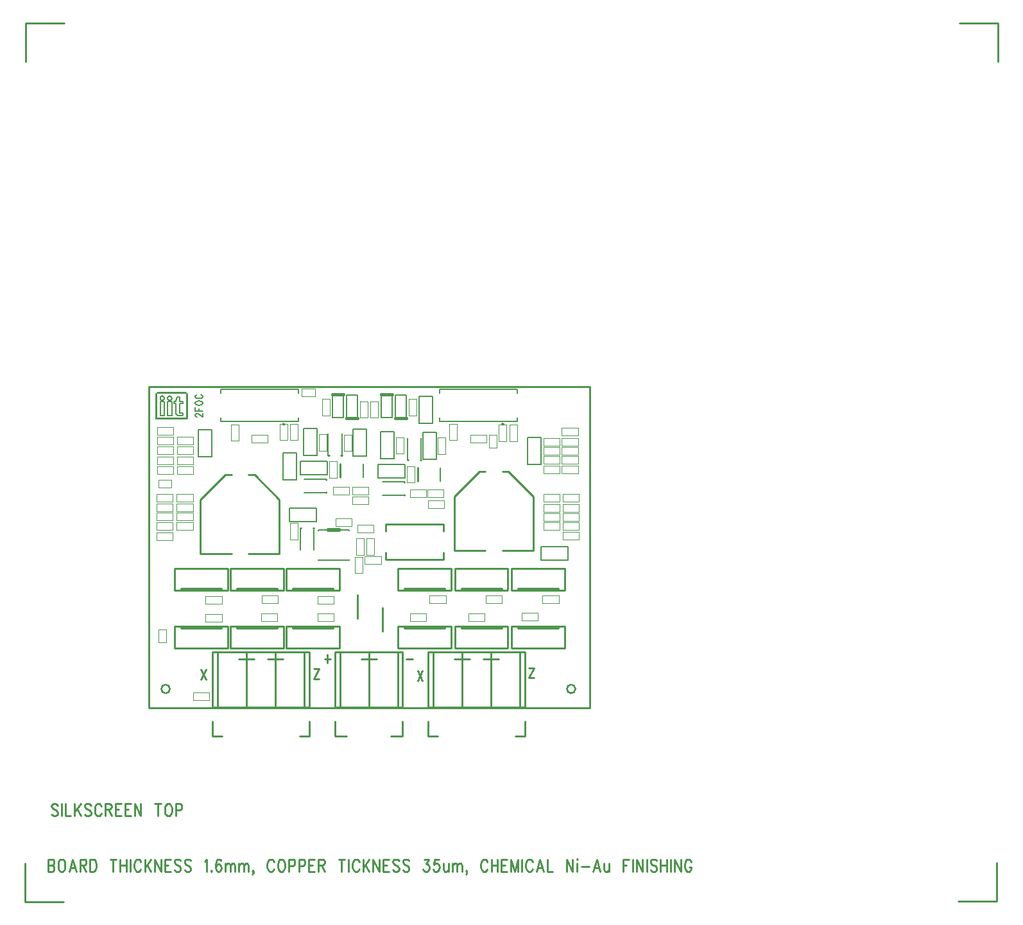
<source format=gbr>
*
*
G04 PADS Layout (Build Number 2007.21.1) generated Gerber (RS-274-X) file*
G04 PC Version=2.1*
*
%IN "2FOC-002.pcb"*%
*
%MOIN*%
*
%FSLAX35Y35*%
*
*
*
*
G04 PC Standard Apertures*
*
*
G04 Thermal Relief Aperture macro.*
%AMTER*
1,1,$1,0,0*
1,0,$1-$2,0,0*
21,0,$3,$4,0,0,45*
21,0,$3,$4,0,0,135*
%
*
*
G04 Annular Aperture macro.*
%AMANN*
1,1,$1,0,0*
1,0,$2,0,0*
%
*
*
G04 Odd Aperture macro.*
%AMODD*
1,1,$1,0,0*
1,0,$1-0.005,0,0*
%
*
*
G04 PC Custom Aperture Macros*
*
*
*
*
*
*
G04 PC Aperture Table*
*
%ADD010C,0.01*%
%ADD011C,0.004*%
%ADD013C,0.006*%
%ADD014C,0.015*%
%ADD015C,0.008*%
%ADD070C,0.001*%
%ADD087C,0.01969*%
%ADD100C,0.00591*%
*
*
*
*
G04 PC Circuitry*
G04 Layer Name 2FOC-002.pcb - circuitry*
%LPD*%
*
*
G04 PC Custom Flashes*
G04 Layer Name 2FOC-002.pcb - flashes*
%LPD*%
*
*
G04 PC Circuitry*
G04 Layer Name 2FOC-002.pcb - circuitry*
%LPD*%
*
G54D10*
G01X1863258Y1593661D02*
X1866458D01*
X1879331Y1580669*
Y1552717*
X1863258*
X1854458D02*
X1838386D01*
Y1580669*
X1851271Y1593661*
X1854458*
X1995148Y1595236D02*
X1998348D01*
X2011220Y1582244*
Y1554291*
X1995148*
X1986348D02*
X1970276D01*
Y1582244*
X1983161Y1595236*
X1986348*
X1852311Y1503595D02*
X1825011D01*
Y1514995*
X1852611*
Y1503595*
X1828311Y1513995D02*
X1849311D01*
Y1514995*
X1828311Y1513995D02*
Y1514995D01*
X1881311Y1503595D02*
X1854011D01*
Y1514995*
X1881611*
Y1503595*
X1857311Y1513995D02*
X1878311D01*
Y1514995*
X1857311Y1513995D02*
Y1514995D01*
X1910311Y1503595D02*
X1883011D01*
Y1514995*
X1910611*
Y1503595*
X1886311Y1513995D02*
X1907311D01*
Y1514995*
X1886311Y1513995D02*
Y1514995D01*
X1825311Y1544995D02*
X1852611D01*
Y1533595*
X1825011*
Y1544995*
X1849311Y1534595D02*
X1828311D01*
Y1533595*
X1849311Y1534595D02*
Y1533595D01*
X1854311Y1544995D02*
X1881611D01*
Y1533595*
X1854011*
Y1544995*
X1878311Y1534595D02*
X1857311D01*
Y1533595*
X1878311Y1534595D02*
Y1533595D01*
X1883311Y1544995D02*
X1910611D01*
Y1533595*
X1883011*
Y1544995*
X1907311Y1534595D02*
X1886311D01*
Y1533595*
X1907311Y1534595D02*
Y1533595D01*
X1968311Y1503595D02*
X1941011D01*
Y1514995*
X1968611*
Y1503595*
X1944311Y1513995D02*
X1965311D01*
Y1514995*
X1944311Y1513995D02*
Y1514995D01*
X1997811Y1503595D02*
X1970511D01*
Y1514995*
X1998111*
Y1503595*
X1973811Y1513995D02*
X1994811D01*
Y1514995*
X1973811Y1513995D02*
Y1514995D01*
X2027311Y1503595D02*
X2000011D01*
Y1514995*
X2027611*
Y1503595*
X2003311Y1513995D02*
X2024311D01*
Y1514995*
X2003311Y1513995D02*
Y1514995D01*
X1941311Y1544995D02*
X1968611D01*
Y1533595*
X1941011*
Y1544995*
X1965311Y1534595D02*
X1944311D01*
Y1533595*
X1965311Y1534595D02*
Y1533595D01*
X1970811Y1544995D02*
X1998111D01*
Y1533595*
X1970511*
Y1544995*
X1994811Y1534595D02*
X1973811D01*
Y1533595*
X1994811Y1534595D02*
Y1533595D01*
X2000311Y1544995D02*
X2027611D01*
Y1533595*
X2000011*
Y1544995*
X2024311Y1534595D02*
X2003311D01*
Y1533595*
X2024311Y1534595D02*
Y1533595D01*
X1908311Y1472866D02*
X1943311D01*
Y1501606*
X1908311*
Y1472866*
X1910811Y1501606D02*
Y1472866D01*
X1925811Y1501606D02*
Y1472866D01*
X1940811Y1501606D02*
Y1472866D01*
X1921791Y1497858D02*
X1929791D01*
X1908311Y1465780D02*
Y1457906D01*
X1914311*
X1943311Y1465780D02*
Y1457906D01*
X1937311*
X1844634Y1472866D02*
X1895008D01*
Y1501606*
X1844634*
Y1472866*
X1862311Y1501606D02*
Y1472866D01*
X1847311Y1501606D02*
Y1472866D01*
X1877311Y1501606D02*
Y1472866D01*
X1858291Y1497858D02*
X1866291D01*
X1892311Y1501606D02*
Y1472866D01*
X1873291Y1497858D02*
X1881291D01*
X1844634Y1465780D02*
Y1457906D01*
X1849752*
X1895008Y1465780D02*
Y1457906D01*
X1889890*
X1956634Y1472866D02*
X2007008D01*
Y1501606*
X1956634*
Y1472866*
X1974311Y1501606D02*
Y1472866D01*
X1959311Y1501606D02*
Y1472866D01*
X1989311Y1501606D02*
Y1472866D01*
X1970291Y1497858D02*
X1978291D01*
X2004311Y1501606D02*
Y1472866D01*
X1985291Y1497858D02*
X1993291D01*
X1956634Y1465780D02*
Y1457906D01*
X1961752*
X2007008Y1465780D02*
Y1457906D01*
X2001890*
X1882067Y1619870D02*
G75*
G03X1882067I-394J0D01*
G01X1995803D02*
G03X1995803I-394J0D01*
G01X1944236Y1589913D02*
Y1589520D01*
Y1583220D02*
Y1582827D01*
X1952976Y1601358D02*
X1952583D01*
X1946283D02*
X1945890D01*
X1951126Y1597413D02*
Y1590327D01*
X1911835Y1603524D02*
X1911441D01*
X1905142D02*
X1904748D01*
X1903638Y1591307D02*
Y1590913D01*
Y1584614D02*
Y1584220D01*
X1911028Y1599307D02*
Y1592220D01*
X1890248Y1566008D02*
X1890642D01*
X1896941D02*
X1897335D01*
X1934646Y1564331D02*
Y1567874D01*
X1964567*
Y1564331*
Y1553307D02*
Y1549764D01*
X1934646*
Y1553307*
X1919882Y1531260D02*
Y1519055D01*
X1932874Y1512362D02*
Y1524567D01*
X1822535Y1482461D02*
G03X1822535I-2236J0D01*
G01X2033165D02*
G03X2033165I-2236J0D01*
G01X1764205Y1422121D02*
X1763751Y1422746D01*
X1763069Y1423059*
X1762160*
X1761478Y1422746*
X1761024Y1422121*
Y1421496*
X1761251Y1420871*
X1761478Y1420559*
X1761933Y1420246*
X1763296Y1419621*
X1763751Y1419309*
X1763978Y1418996*
X1764205Y1418371*
Y1417434*
X1763751Y1416809*
X1763069Y1416496*
X1762160*
X1761478Y1416809*
X1761024Y1417434*
X1766251Y1423059D02*
Y1416496D01*
X1768296Y1423059D02*
Y1416496D01*
X1771024*
X1773069Y1423059D02*
Y1416496D01*
X1776251Y1423059D02*
X1773069Y1418684D01*
X1774205Y1420246D02*
X1776251Y1416496D01*
X1781478Y1422121D02*
X1781024Y1422746D01*
X1780342Y1423059*
X1779433*
X1778751Y1422746*
X1778296Y1422121*
Y1421496*
X1778524Y1420871*
X1778751Y1420559*
X1779205Y1420246*
X1780569Y1419621*
X1781024Y1419309*
X1781251Y1418996*
X1781478Y1418371*
Y1417434*
X1781024Y1416809*
X1780342Y1416496*
X1779433*
X1778751Y1416809*
X1778296Y1417434*
X1786933Y1421496D02*
X1786705Y1422121D01*
X1786251Y1422746*
X1785796Y1423059*
X1784887*
X1784433Y1422746*
X1783978Y1422121*
X1783751Y1421496*
X1783524Y1420559*
Y1418996*
X1783751Y1418059*
X1783978Y1417434*
X1784433Y1416809*
X1784887Y1416496*
X1785796*
X1786251Y1416809*
X1786705Y1417434*
X1786933Y1418059*
X1788978Y1423059D02*
Y1416496D01*
Y1423059D02*
X1791024D01*
X1791705Y1422746*
X1791933Y1422434*
X1792160Y1421809*
Y1421184*
X1791933Y1420559*
X1791705Y1420246*
X1791024Y1419934*
X1788978*
X1790569D02*
X1792160Y1416496D01*
X1794205Y1423059D02*
Y1416496D01*
Y1423059D02*
X1797160D01*
X1794205Y1419934D02*
X1796024D01*
X1794205Y1416496D02*
X1797160D01*
X1799205Y1423059D02*
Y1416496D01*
Y1423059D02*
X1802160D01*
X1799205Y1419934D02*
X1801024D01*
X1799205Y1416496D02*
X1802160D01*
X1804205Y1423059D02*
Y1416496D01*
Y1423059D02*
X1807387Y1416496D01*
Y1423059D02*
Y1416496D01*
X1816251Y1423059D02*
Y1416496D01*
X1814660Y1423059D02*
X1817842D01*
X1821251D02*
X1820796Y1422746D01*
X1820342Y1422121*
X1820115Y1421496*
X1819887Y1420559*
Y1418996*
X1820115Y1418059*
X1820342Y1417434*
X1820796Y1416809*
X1821251Y1416496*
X1822160*
X1822615Y1416809*
X1823069Y1417434*
X1823296Y1418059*
X1823524Y1418996*
Y1420559*
X1823296Y1421496*
X1823069Y1422121*
X1822615Y1422746*
X1822160Y1423059*
X1821251*
X1825569D02*
Y1416496D01*
Y1423059D02*
X1827615D01*
X1828296Y1422746*
X1828524Y1422434*
X1828751Y1421809*
Y1420871*
X1828524Y1420246*
X1828296Y1419934*
X1827615Y1419621*
X1825569*
X1759252Y1394122D02*
Y1387559D01*
Y1394122D02*
X1761297D01*
X1761979Y1393809*
X1762207Y1393497*
X1762434Y1392872*
Y1392247*
X1762207Y1391622*
X1761979Y1391309*
X1761297Y1390997*
X1759252D02*
X1761297D01*
X1761979Y1390684*
X1762207Y1390372*
X1762434Y1389747*
Y1388809*
X1762207Y1388184*
X1761979Y1387872*
X1761297Y1387559*
X1759252*
X1765843Y1394122D02*
X1765388Y1393809D01*
X1764934Y1393184*
X1764707Y1392559*
X1764479Y1391622*
Y1390059*
X1764707Y1389122*
X1764934Y1388497*
X1765388Y1387872*
X1765843Y1387559*
X1766752*
X1767207Y1387872*
X1767661Y1388497*
X1767888Y1389122*
X1768116Y1390059*
Y1391622*
X1767888Y1392559*
X1767661Y1393184*
X1767207Y1393809*
X1766752Y1394122*
X1765843*
X1771979D02*
X1770161Y1387559D01*
X1771979Y1394122D02*
X1773797Y1387559D01*
X1770843Y1389747D02*
X1773116D01*
X1775843Y1394122D02*
Y1387559D01*
Y1394122D02*
X1777888D01*
X1778570Y1393809*
X1778797Y1393497*
X1779025Y1392872*
Y1392247*
X1778797Y1391622*
X1778570Y1391309*
X1777888Y1390997*
X1775843*
X1777434D02*
X1779025Y1387559D01*
X1781070Y1394122D02*
Y1387559D01*
Y1394122D02*
X1782661D01*
X1783343Y1393809*
X1783797Y1393184*
X1784025Y1392559*
X1784252Y1391622*
Y1390059*
X1784025Y1389122*
X1783797Y1388497*
X1783343Y1387872*
X1782661Y1387559*
X1781070*
X1793116Y1394122D02*
Y1387559D01*
X1791525Y1394122D02*
X1794707D01*
X1796752D02*
Y1387559D01*
X1799934Y1394122D02*
Y1387559D01*
X1796752Y1390997D02*
X1799934D01*
X1801979Y1394122D02*
Y1387559D01*
X1807434Y1392559D02*
X1807207Y1393184D01*
X1806752Y1393809*
X1806297Y1394122*
X1805388*
X1804934Y1393809*
X1804479Y1393184*
X1804252Y1392559*
X1804025Y1391622*
Y1390059*
X1804252Y1389122*
X1804479Y1388497*
X1804934Y1387872*
X1805388Y1387559*
X1806297*
X1806752Y1387872*
X1807207Y1388497*
X1807434Y1389122*
X1809479Y1394122D02*
Y1387559D01*
X1812661Y1394122D02*
X1809479Y1389747D01*
X1810616Y1391309D02*
X1812661Y1387559D01*
X1814707Y1394122D02*
Y1387559D01*
Y1394122D02*
X1817888Y1387559D01*
Y1394122D02*
Y1387559D01*
X1819934Y1394122D02*
Y1387559D01*
Y1394122D02*
X1822888D01*
X1819934Y1390997D02*
X1821752D01*
X1819934Y1387559D02*
X1822888D01*
X1828116Y1393184D02*
X1827661Y1393809D01*
X1826979Y1394122*
X1826070*
X1825388Y1393809*
X1824934Y1393184*
Y1392559*
X1825161Y1391934*
X1825388Y1391622*
X1825843Y1391309*
X1827207Y1390684*
X1827661Y1390372*
X1827888Y1390059*
X1828116Y1389434*
Y1388497*
X1827661Y1387872*
X1826979Y1387559*
X1826070*
X1825388Y1387872*
X1824934Y1388497*
X1833343Y1393184D02*
X1832888Y1393809D01*
X1832207Y1394122*
X1831297*
X1830616Y1393809*
X1830161Y1393184*
Y1392559*
X1830388Y1391934*
X1830616Y1391622*
X1831070Y1391309*
X1832434Y1390684*
X1832888Y1390372*
X1833116Y1390059*
X1833343Y1389434*
Y1388497*
X1832888Y1387872*
X1832207Y1387559*
X1831297*
X1830616Y1387872*
X1830161Y1388497*
X1840616Y1392872D02*
X1841070Y1393184D01*
X1841752Y1394122*
Y1387559*
X1844025Y1388184D02*
X1843797Y1387872D01*
X1844025Y1387559*
X1844252Y1387872*
X1844025Y1388184*
X1849025Y1393184D02*
X1848797Y1393809D01*
X1848116Y1394122*
X1847661*
X1846979Y1393809*
X1846525Y1392872*
X1846297Y1391309*
Y1389747*
X1846525Y1388497*
X1846979Y1387872*
X1847661Y1387559*
X1847888*
X1848570Y1387872*
X1849025Y1388497*
X1849252Y1389434*
Y1389747*
X1849025Y1390684*
X1848570Y1391309*
X1847888Y1391622*
X1847661*
X1846979Y1391309*
X1846525Y1390684*
X1846297Y1389747*
X1851297Y1391934D02*
Y1387559D01*
Y1390684D02*
X1851979Y1391622D01*
X1852434Y1391934*
X1853116*
X1853570Y1391622*
X1853797Y1390684*
Y1387559*
Y1390684D02*
X1854479Y1391622D01*
X1854934Y1391934*
X1855616*
X1856070Y1391622*
X1856297Y1390684*
Y1387559*
X1858343Y1391934D02*
Y1387559D01*
Y1390684D02*
X1859025Y1391622D01*
X1859479Y1391934*
X1860161*
X1860616Y1391622*
X1860843Y1390684*
Y1387559*
Y1390684D02*
X1861525Y1391622D01*
X1861979Y1391934*
X1862661*
X1863116Y1391622*
X1863343Y1390684*
Y1387559*
X1865843Y1387872D02*
X1865616Y1387559D01*
X1865388Y1387872*
X1865616Y1388184*
X1865843Y1387872*
Y1387247*
X1865616Y1386622*
X1865388Y1386309*
X1876525Y1392559D02*
X1876297Y1393184D01*
X1875843Y1393809*
X1875388Y1394122*
X1874479*
X1874025Y1393809*
X1873570Y1393184*
X1873343Y1392559*
X1873116Y1391622*
Y1390059*
X1873343Y1389122*
X1873570Y1388497*
X1874025Y1387872*
X1874479Y1387559*
X1875388*
X1875843Y1387872*
X1876297Y1388497*
X1876525Y1389122*
X1879934Y1394122D02*
X1879479Y1393809D01*
X1879025Y1393184*
X1878797Y1392559*
X1878570Y1391622*
Y1390059*
X1878797Y1389122*
X1879025Y1388497*
X1879479Y1387872*
X1879934Y1387559*
X1880843*
X1881297Y1387872*
X1881752Y1388497*
X1881979Y1389122*
X1882207Y1390059*
Y1391622*
X1881979Y1392559*
X1881752Y1393184*
X1881297Y1393809*
X1880843Y1394122*
X1879934*
X1884252D02*
Y1387559D01*
Y1394122D02*
X1886297D01*
X1886979Y1393809*
X1887207Y1393497*
X1887434Y1392872*
Y1391934*
X1887207Y1391309*
X1886979Y1390997*
X1886297Y1390684*
X1884252*
X1889479Y1394122D02*
Y1387559D01*
Y1394122D02*
X1891525D01*
X1892207Y1393809*
X1892434Y1393497*
X1892661Y1392872*
Y1391934*
X1892434Y1391309*
X1892207Y1390997*
X1891525Y1390684*
X1889479*
X1894707Y1394122D02*
Y1387559D01*
Y1394122D02*
X1897661D01*
X1894707Y1390997D02*
X1896525D01*
X1894707Y1387559D02*
X1897661D01*
X1899707Y1394122D02*
Y1387559D01*
Y1394122D02*
X1901752D01*
X1902434Y1393809*
X1902661Y1393497*
X1902888Y1392872*
Y1392247*
X1902661Y1391622*
X1902434Y1391309*
X1901752Y1390997*
X1899707*
X1901297D02*
X1902888Y1387559D01*
X1911752Y1394122D02*
Y1387559D01*
X1910161Y1394122D02*
X1913343D01*
X1915388D02*
Y1387559D01*
X1920843Y1392559D02*
X1920616Y1393184D01*
X1920161Y1393809*
X1919707Y1394122*
X1918797*
X1918343Y1393809*
X1917888Y1393184*
X1917661Y1392559*
X1917434Y1391622*
Y1390059*
X1917661Y1389122*
X1917888Y1388497*
X1918343Y1387872*
X1918797Y1387559*
X1919707*
X1920161Y1387872*
X1920616Y1388497*
X1920843Y1389122*
X1922888Y1394122D02*
Y1387559D01*
X1926070Y1394122D02*
X1922888Y1389747D01*
X1924025Y1391309D02*
X1926070Y1387559D01*
X1928116Y1394122D02*
Y1387559D01*
Y1394122D02*
X1931297Y1387559D01*
Y1394122D02*
Y1387559D01*
X1933343Y1394122D02*
Y1387559D01*
Y1394122D02*
X1936297D01*
X1933343Y1390997D02*
X1935161D01*
X1933343Y1387559D02*
X1936297D01*
X1941525Y1393184D02*
X1941070Y1393809D01*
X1940388Y1394122*
X1939479*
X1938797Y1393809*
X1938343Y1393184*
Y1392559*
X1938570Y1391934*
X1938797Y1391622*
X1939252Y1391309*
X1940616Y1390684*
X1941070Y1390372*
X1941297Y1390059*
X1941525Y1389434*
Y1388497*
X1941070Y1387872*
X1940388Y1387559*
X1939479*
X1938797Y1387872*
X1938343Y1388497*
X1946752Y1393184D02*
X1946297Y1393809D01*
X1945616Y1394122*
X1944707*
X1944025Y1393809*
X1943570Y1393184*
Y1392559*
X1943797Y1391934*
X1944025Y1391622*
X1944479Y1391309*
X1945843Y1390684*
X1946297Y1390372*
X1946525Y1390059*
X1946752Y1389434*
Y1388497*
X1946297Y1387872*
X1945616Y1387559*
X1944707*
X1944025Y1387872*
X1943570Y1388497*
X1954479Y1394122D02*
X1956979D01*
X1955616Y1391622*
X1956297*
X1956752Y1391309*
X1956979Y1390997*
X1957207Y1390059*
Y1389434*
X1956979Y1388497*
X1956525Y1387872*
X1955843Y1387559*
X1955161*
X1954479Y1387872*
X1954252Y1388184*
X1954025Y1388809*
X1962207Y1394122D02*
X1959934D01*
X1959707Y1391309*
X1959934Y1391622*
X1960616Y1391934*
X1961297*
X1961979Y1391622*
X1962434Y1390997*
X1962661Y1390059*
X1962434Y1389434*
X1962207Y1388497*
X1961752Y1387872*
X1961070Y1387559*
X1960388*
X1959707Y1387872*
X1959479Y1388184*
X1959252Y1388809*
X1964707Y1391934D02*
Y1388809D01*
X1964934Y1387872*
X1965388Y1387559*
X1966070*
X1966525Y1387872*
X1967207Y1388809*
Y1391934D02*
Y1387559D01*
X1969252Y1391934D02*
Y1387559D01*
Y1390684D02*
X1969934Y1391622D01*
X1970388Y1391934*
X1971070*
X1971525Y1391622*
X1971752Y1390684*
Y1387559*
Y1390684D02*
X1972434Y1391622D01*
X1972888Y1391934*
X1973570*
X1974025Y1391622*
X1974252Y1390684*
Y1387559*
X1976752Y1387872D02*
X1976525Y1387559D01*
X1976297Y1387872*
X1976525Y1388184*
X1976752Y1387872*
Y1387247*
X1976525Y1386622*
X1976297Y1386309*
X1987434Y1392559D02*
X1987207Y1393184D01*
X1986752Y1393809*
X1986297Y1394122*
X1985388*
X1984934Y1393809*
X1984479Y1393184*
X1984252Y1392559*
X1984025Y1391622*
Y1390059*
X1984252Y1389122*
X1984479Y1388497*
X1984934Y1387872*
X1985388Y1387559*
X1986297*
X1986752Y1387872*
X1987207Y1388497*
X1987434Y1389122*
X1989479Y1394122D02*
Y1387559D01*
X1992661Y1394122D02*
Y1387559D01*
X1989479Y1390997D02*
X1992661D01*
X1994707Y1394122D02*
Y1387559D01*
Y1394122D02*
X1997661D01*
X1994707Y1390997D02*
X1996525D01*
X1994707Y1387559D02*
X1997661D01*
X1999707Y1394122D02*
Y1387559D01*
Y1394122D02*
X2001525Y1387559D01*
X2003343Y1394122D02*
X2001525Y1387559D01*
X2003343Y1394122D02*
Y1387559D01*
X2005388Y1394122D02*
Y1387559D01*
X2010843Y1392559D02*
X2010616Y1393184D01*
X2010161Y1393809*
X2009707Y1394122*
X2008797*
X2008343Y1393809*
X2007888Y1393184*
X2007661Y1392559*
X2007434Y1391622*
Y1390059*
X2007661Y1389122*
X2007888Y1388497*
X2008343Y1387872*
X2008797Y1387559*
X2009707*
X2010161Y1387872*
X2010616Y1388497*
X2010843Y1389122*
X2014707Y1394122D02*
X2012888Y1387559D01*
X2014707Y1394122D02*
X2016525Y1387559D01*
X2013570Y1389747D02*
X2015843D01*
X2018570Y1394122D02*
Y1387559D01*
X2021297*
X2028570Y1394122D02*
Y1387559D01*
Y1394122D02*
X2031752Y1387559D01*
Y1394122D02*
Y1387559D01*
X2033797Y1394122D02*
X2034025Y1393809D01*
X2034252Y1394122*
X2034025Y1394434*
X2033797Y1394122*
X2034025Y1391934D02*
Y1387559D01*
X2036297Y1390372D02*
X2040388D01*
X2044252Y1394122D02*
X2042434Y1387559D01*
X2044252Y1394122D02*
X2046070Y1387559D01*
X2043116Y1389747D02*
X2045388D01*
X2048116Y1391934D02*
Y1388809D01*
X2048343Y1387872*
X2048797Y1387559*
X2049479*
X2049934Y1387872*
X2050616Y1388809*
Y1391934D02*
Y1387559D01*
X2057888Y1394122D02*
Y1387559D01*
Y1394122D02*
X2060843D01*
X2057888Y1390997D02*
X2059707D01*
X2062888Y1394122D02*
Y1387559D01*
X2064934Y1394122D02*
Y1387559D01*
Y1394122D02*
X2068116Y1387559D01*
Y1394122D02*
Y1387559D01*
X2070161Y1394122D02*
Y1387559D01*
X2075388Y1393184D02*
X2074934Y1393809D01*
X2074252Y1394122*
X2073343*
X2072661Y1393809*
X2072207Y1393184*
Y1392559*
X2072434Y1391934*
X2072661Y1391622*
X2073116Y1391309*
X2074479Y1390684*
X2074934Y1390372*
X2075161Y1390059*
X2075388Y1389434*
Y1388497*
X2074934Y1387872*
X2074252Y1387559*
X2073343*
X2072661Y1387872*
X2072207Y1388497*
X2077434Y1394122D02*
Y1387559D01*
X2080616Y1394122D02*
Y1387559D01*
X2077434Y1390997D02*
X2080616D01*
X2082661Y1394122D02*
Y1387559D01*
X2084707Y1394122D02*
Y1387559D01*
Y1394122D02*
X2087888Y1387559D01*
Y1394122D02*
Y1387559D01*
X2093343Y1392559D02*
X2093116Y1393184D01*
X2092661Y1393809*
X2092207Y1394122*
X2091297*
X2090843Y1393809*
X2090388Y1393184*
X2090161Y1392559*
X2089934Y1391622*
Y1390059*
X2090161Y1389122*
X2090388Y1388497*
X2090843Y1387872*
X2091297Y1387559*
X2092207*
X2092661Y1387872*
X2093116Y1388497*
X2093343Y1389122*
Y1390059*
X2092207D02*
X2093343D01*
X1945311Y1498045D02*
X1948584D01*
X1951181Y1491825D02*
X1953727Y1486575D01*
Y1491825D02*
X1951181Y1486575D01*
X2011601Y1493400D02*
X2009055Y1488150D01*
Y1493400D02*
X2011601D01*
X2009055Y1488150D02*
X2011601D01*
X1904447Y1500295D02*
Y1495795D01*
X1902811Y1498045D02*
X1906084D01*
X1899790Y1493006D02*
X1897244Y1487756D01*
Y1493006D02*
X1899790D01*
X1897244Y1487756D02*
X1899790D01*
X1838583Y1492612D02*
X1841128Y1487362D01*
Y1492612D02*
X1838583Y1487362D01*
X1811638Y1472618D02*
X2040748D01*
Y1639331*
X1811638*
Y1472618*
X1767520Y1828110D02*
X1747520D01*
Y1808110*
X1747441Y1391890D02*
Y1371890D01*
X1767441*
X2232087Y1372205D02*
X2252087D01*
Y1392205*
X2252559Y1808031D02*
Y1828031D01*
X2232559*
G54D11*
X1849499Y1517272D02*
Y1521272D01*
X1841099*
Y1517272*
X1849499*
X2035106Y1559969D02*
Y1563969D01*
X2026706*
Y1559969*
X2035106*
X1815682Y1563772D02*
Y1559772D01*
X1824082*
Y1563772*
X1815682*
X2034515Y1613906D02*
Y1617906D01*
X2026115*
Y1613906*
X2034515*
X1815682Y1583654D02*
Y1579654D01*
X1824082*
Y1583654*
X1815682*
Y1578732D02*
Y1574732D01*
X1824082*
Y1578732*
X1815682*
X1878436Y1517665D02*
Y1521665D01*
X1870036*
Y1517665*
X1878436*
X1955602D02*
Y1521665D01*
X1947202*
Y1517665*
X1955602*
X1985917D02*
Y1521665D01*
X1977517*
Y1517665*
X1985917*
X2013672Y1518059D02*
Y1522059D01*
X2005272*
Y1518059*
X2013672*
X1957438Y1531114D02*
Y1527114D01*
X1965838*
Y1531114*
X1957438*
X1986572Y1530917D02*
Y1526917D01*
X1994972*
Y1530917*
X1986572*
X2016099D02*
Y1526917D01*
X2024499*
Y1530917*
X2016099*
X1907570Y1517469D02*
Y1521469D01*
X1899170*
Y1517469*
X1907570*
X1841099Y1530720D02*
Y1526720D01*
X1849499*
Y1530720*
X1841099*
X1928575Y1560460D02*
X1924575D01*
Y1552060*
X1928575*
Y1560460*
X1923753Y1551370D02*
Y1547370D01*
X1932153*
Y1551370*
X1923753*
X1922472Y1551011D02*
X1918472D01*
Y1542611*
X1922472*
Y1551011*
X1870233Y1530917D02*
Y1526917D01*
X1878633*
Y1530917*
X1870233*
X1815682Y1574008D02*
Y1570008D01*
X1824082*
Y1574008*
X1815682*
X1956331Y1585870D02*
Y1581870D01*
X1964731*
Y1585870*
X1956331*
X1885075Y1611595D02*
X1889075D01*
Y1619995*
X1885075*
Y1611595*
X1879575D02*
X1883575D01*
Y1619995*
X1879575*
Y1611595*
X1993276Y1611115D02*
X1997276D01*
Y1619515*
X1993276*
Y1611115*
X1899170Y1530720D02*
Y1526720D01*
X1907570*
Y1530720*
X1899170*
X1998787Y1611115D02*
X2002787D01*
Y1619515*
X1998787*
Y1611115*
X1858126Y1619731D02*
X1854126D01*
Y1611331*
X1858126*
Y1619731*
X1971685Y1619909D02*
X1967685D01*
Y1611509*
X1971685*
Y1619909*
X1873275Y1610295D02*
Y1614295D01*
X1864875*
Y1610295*
X1873275*
X1987011D02*
Y1614295D01*
X1978611*
Y1610295*
X1987011*
X1955731Y1581870D02*
Y1585870D01*
X1947331*
Y1581870*
X1955731*
X1917233Y1587264D02*
Y1583264D01*
X1925633*
Y1587264*
X1917233*
X1915633Y1583264D02*
Y1587264D01*
X1907233*
Y1583264*
X1915633*
X1815682Y1568890D02*
Y1564890D01*
X1824082*
Y1568890*
X1815682*
X1917233Y1582264D02*
Y1578264D01*
X1925633*
Y1582264*
X1917233*
X1926543Y1623320D02*
X1930543D01*
Y1631720*
X1926543*
Y1623320*
X1950520Y1632794D02*
X1946520D01*
Y1624394*
X1950520*
Y1632794*
X1901520Y1624394D02*
X1905520D01*
Y1632794*
X1901520*
Y1624394*
X1925425Y1631720D02*
X1921425D01*
Y1623320*
X1925425*
Y1631720*
X1824279Y1609378D02*
Y1613378D01*
X1815879*
Y1609378*
X1824279*
Y1604260D02*
Y1608260D01*
X1815879*
Y1604260*
X1824279*
Y1598945D02*
Y1602945D01*
X1815879*
Y1598945*
X1824279*
X1956454Y1580130D02*
Y1576130D01*
X1964854*
Y1580130*
X1956454*
X1824279Y1594024D02*
Y1598024D01*
X1815879*
Y1594024*
X1824279*
X1815879Y1618299D02*
Y1614299D01*
X1824279*
Y1618299*
X1815879*
X2026706Y1568890D02*
Y1564890D01*
X2035106*
Y1568890*
X2026706*
Y1573614D02*
Y1569614D01*
X2035106*
Y1573614*
X2026706*
Y1578339D02*
Y1574339D01*
X2035106*
Y1578339*
X2026706*
X2026115Y1598417D02*
Y1594417D01*
X2034515*
Y1598417*
X2026115*
X2026706Y1583457D02*
Y1579457D01*
X2035106*
Y1583457*
X2026706*
X2026115Y1603142D02*
Y1599142D01*
X2034515*
Y1603142*
X2026115*
Y1607866D02*
Y1603866D01*
X2034515*
Y1607866*
X2026115*
Y1612787D02*
Y1608787D01*
X2034515*
Y1612787*
X2026115*
X1842980Y1476504D02*
Y1480504D01*
X1834580*
Y1476504*
X1842980*
X1949531Y1598070D02*
X1945531D01*
Y1589670*
X1949531*
Y1598070*
X1965606Y1612842D02*
X1961606D01*
Y1604442*
X1965606*
Y1612842*
X1944087Y1612944D02*
X1940087D01*
Y1604544*
X1944087*
Y1612944*
X1916984Y1614417D02*
X1912984D01*
Y1606017*
X1916984*
Y1614417*
X1909433Y1600464D02*
X1905433D01*
Y1592064*
X1909433*
Y1600464*
X1903933Y1614464D02*
X1899933D01*
Y1606064*
X1903933*
Y1614464*
X1908591Y1570803D02*
Y1566803D01*
X1916991*
Y1570803*
X1908591*
X1923260Y1560460D02*
X1919260D01*
Y1552060*
X1923260*
Y1560460*
X1888791Y1568503D02*
X1884791D01*
Y1560103*
X1888791*
Y1568503*
X1834515Y1570008D02*
Y1574008D01*
X1826115*
Y1570008*
X1834515*
Y1574732D02*
Y1578732D01*
X1826115*
Y1574732*
X1834515*
Y1579654D02*
Y1583654D01*
X1826115*
Y1579654*
X1834515*
Y1564890D02*
Y1568890D01*
X1826115*
Y1564890*
X1834515*
X1834712Y1609378D02*
Y1613378D01*
X1826312*
Y1609378*
X1834712*
Y1604260D02*
Y1608260D01*
X1826312*
Y1604260*
X1834712*
Y1598945D02*
Y1602945D01*
X1826312*
Y1598945*
X1834712*
Y1594024D02*
Y1598024D01*
X1826312*
Y1594024*
X1834712*
X1919816Y1567512D02*
Y1563512D01*
X1928216*
Y1567512*
X1919816*
X2016469Y1568890D02*
Y1564890D01*
X2024869*
Y1568890*
X2016469*
Y1573614D02*
Y1569614D01*
X2024869*
Y1573614*
X2016469*
Y1578339D02*
Y1574339D01*
X2024869*
Y1578339*
X2016469*
Y1583457D02*
Y1579457D01*
X2024869*
Y1583457*
X2016469*
Y1607866D02*
Y1603866D01*
X2024869*
Y1607866*
X2016469*
Y1603142D02*
Y1599142D01*
X2024869*
Y1603142*
X2016469*
Y1598417D02*
Y1594417D01*
X2024869*
Y1598417*
X2016469*
Y1612787D02*
Y1608787D01*
X2024869*
Y1612787*
X2016469*
X1891099Y1638398D02*
Y1634398D01*
X1897792*
Y1638398*
X1891099*
X1992181Y1614220D02*
X1988181D01*
Y1607527*
X1992181*
Y1614220*
X1816493Y1590957D02*
Y1586957D01*
X1823186*
Y1590957*
X1816493*
X1820504Y1513413D02*
X1816504D01*
Y1506720*
X1820504*
Y1513413*
G54D13*
X1932819Y1589913D02*
X1944236D01*
Y1589520*
Y1583220D02*
Y1582827D01*
X1932819*
X1952976Y1612776D02*
Y1601358D01*
X1952583*
X1946283D02*
X1945890D01*
Y1612776*
X1962937Y1597413D02*
Y1590327D01*
X1911835Y1614941D02*
Y1603524D01*
X1911441*
X1905142D02*
X1904748D01*
Y1614941*
X1892220Y1591307D02*
X1903638D01*
Y1590913*
Y1584614D02*
Y1584220D01*
X1892220*
X1922839Y1599307D02*
Y1592220D01*
X1890248Y1554591D02*
Y1566008D01*
X1890642*
X1896941D02*
X1897335D01*
Y1554591*
X1945320Y1634894D02*
X1939720D01*
Y1623294*
X1945320*
Y1634894*
X1919820D02*
X1914220D01*
Y1623294*
X1919820*
Y1634894*
X1884535Y1576295D02*
Y1569295D01*
X1898535*
Y1576295*
X1884535*
X1944531Y1591870D02*
Y1598870D01*
X1930531*
Y1591870*
X1944531*
X1904433Y1593764D02*
Y1600764D01*
X1890433*
Y1593764*
X1904433*
X1938894Y1615941D02*
X1931894D01*
Y1601941*
X1938894*
Y1615941*
X1898933Y1617764D02*
X1891933D01*
Y1603764*
X1898933*
Y1617764*
X1958839Y1634343D02*
X1951839D01*
Y1620343*
X1958839*
Y1634343*
X1960807Y1615642D02*
X1953807D01*
Y1601642*
X1960807*
Y1615642*
X1924783Y1617413D02*
X1917783D01*
Y1603413*
X1924783*
Y1617413*
X1837272Y1603020D02*
X1844272D01*
Y1617020*
X1837272*
Y1603020*
X2008138Y1598886D02*
X2015138D01*
Y1612886*
X2008138*
Y1598886*
X2015268Y1556236D02*
Y1549236D01*
X2029268*
Y1556236*
X2015268*
X1881366Y1591012D02*
X1888366D01*
Y1605012*
X1881366*
Y1591012*
X1932263Y1623314D02*
X1937863D01*
Y1634914*
X1932263*
Y1623314*
X1907066D02*
X1912666D01*
Y1634914*
X1907066*
Y1623314*
G54D14*
X1945320Y1622794D02*
X1939720D01*
X1919820D02*
X1914220D01*
X1932263Y1635414D02*
X1937863D01*
X1907066D02*
X1912666D01*
G54D15*
X1836567Y1623719D02*
X1836379D01*
X1836004Y1623855*
X1835817Y1623992*
X1835629Y1624264*
Y1624810*
X1835817Y1625083*
X1836004Y1625219*
X1836379Y1625355*
X1836754*
X1837129Y1625219*
X1837692Y1624946*
X1839567Y1623583*
Y1625492*
X1835629Y1626719D02*
X1839567D01*
X1835629D02*
Y1628492D01*
X1837504Y1626719D02*
Y1627810D01*
X1835629Y1630537D02*
X1835817Y1630264D01*
X1836192Y1629992*
X1836567Y1629855*
X1837129Y1629719*
X1838067*
X1838629Y1629855*
X1839004Y1629992*
X1839379Y1630264*
X1839567Y1630537*
Y1631083*
X1839379Y1631355*
X1839004Y1631628*
X1838629Y1631764*
X1838067Y1631901*
X1837129*
X1836567Y1631764*
X1836192Y1631628*
X1835817Y1631355*
X1835629Y1631083*
Y1630537*
X1836567Y1635174D02*
X1836192Y1635037D01*
X1835817Y1634764*
X1835629Y1634492*
Y1633946*
X1835817Y1633674*
X1836192Y1633401*
X1836567Y1633264*
X1837129Y1633128*
X1838067*
X1838629Y1633264*
X1839004Y1633401*
X1839379Y1633674*
X1839567Y1633946*
Y1634492*
X1839379Y1634764*
X1839004Y1635037*
X1838629Y1635174*
G54D70*
G54D87*
X1910769Y1565080D02*
X1904470D01*
G54D100*
X1889154Y1623413D02*
Y1621445D01*
X1848996*
Y1623413*
X1889154Y1636012D02*
Y1637980D01*
X1848996*
Y1636012*
X2002890Y1623413D02*
Y1621445D01*
X1962732*
Y1623413*
X2002890Y1636012D02*
Y1637980D01*
X1962732*
Y1636012*
X1915494Y1564687D02*
Y1565080D01*
X1899746*
Y1564687*
X1915494Y1549726D02*
Y1549332D01*
X1899746*
Y1549726*
X1830709Y1636181D02*
Y1636165D01*
X1830774Y1636166*
Y1636151*
X1830849*
Y1636136*
X1830908*
Y1636121*
X1830953*
Y1636106*
X1830983*
Y1636091*
X1831028*
Y1636076*
X1831058*
Y1636061*
X1831087*
Y1636046*
X1831117*
Y1636031*
X1831132*
Y1636016*
X1831162*
Y1636001*
X1831192*
Y1635986*
X1831207*
Y1635972*
X1831222*
Y1635957*
X1831252*
Y1635942*
X1831267*
Y1635927*
X1831282*
Y1635912*
X1831296*
Y1635897*
X1831311*
Y1635882*
X1831326*
Y1635867*
X1831341*
Y1635852*
X1831356*
Y1635837*
X1831371*
Y1635822*
X1831386*
Y1635807*
X1831401*
Y1635777*
X1831416*
Y1635762*
X1831431*
Y1635733*
X1831446*
Y1635718*
X1831461*
Y1635688*
X1831476*
Y1635658*
X1831491*
Y1635628*
X1831506*
Y1635598*
X1831520*
Y1635553*
X1831535*
Y1635509*
X1831550*
Y1635449*
X1831565*
Y1623325*
X1831550*
Y1623265*
X1831535*
Y1623220*
X1831520*
Y1623175*
X1831506*
Y1623145*
X1831491*
Y1623116*
X1831476*
Y1623086*
X1831461*
Y1623056*
X1831446*
Y1623041*
X1831431*
Y1623011*
X1831416*
Y1622996*
X1831401*
Y1622966*
X1831386*
Y1622951*
X1831371*
Y1622936*
X1831356*
Y1622921*
X1831341*
Y1622906*
X1831326*
Y1622892*
X1831311*
Y1622877*
X1831296*
Y1622862*
X1831282*
Y1622847*
X1831267*
Y1622832*
X1831252*
Y1622817*
X1831222*
Y1622802*
X1831207*
Y1622787*
X1831192*
Y1622772*
X1831162*
Y1622757*
X1831132*
Y1622742*
X1831117*
Y1622727*
X1831087*
Y1622712*
X1831058*
Y1622697*
X1831028*
Y1622683*
X1830983*
Y1622668*
X1830953*
Y1622653*
X1830893*
Y1622638*
X1830759*
Y1622623*
X1815335*
Y1635434*
X1815350*
Y1635509*
X1815365*
Y1635553*
X1815380*
Y1635598*
X1815394*
Y1635628*
X1815409*
Y1635658*
X1815424*
Y1635688*
X1815439*
Y1635718*
X1815454*
Y1635733*
X1815469*
Y1635762*
X1815484*
Y1635777*
X1815499*
Y1635792*
X1815514*
Y1635822*
X1815529*
Y1635837*
X1815544*
Y1635852*
X1815559*
Y1635867*
X1815574*
Y1635882*
X1815589*
Y1635897*
X1815603*
Y1635912*
X1815618*
Y1635927*
X1815633*
Y1635942*
X1815648*
Y1635957*
X1815678*
Y1635972*
X1815693*
Y1635986*
X1815723*
Y1636001*
X1815738*
Y1636016*
X1815768*
Y1636031*
X1815783*
Y1636046*
X1815813*
Y1636061*
X1815842*
Y1636076*
X1815872*
Y1636091*
X1815917*
Y1636106*
X1815947*
Y1636121*
X1816007*
Y1636136*
X1816051*
Y1636151*
X1816126*
Y1636166*
X1816190*
Y1636181*
X1830709*
X1830714Y1635972D02*
X1816186D01*
Y1635957*
X1816111*
Y1635942*
X1816051*
Y1635927*
X1816007*
Y1635912*
X1815977*
Y1635897*
X1815932*
Y1635882*
X1815917*
Y1635867*
X1815887*
Y1635852*
X1815857*
Y1635837*
X1815842*
Y1635822*
X1815813*
Y1635807*
X1815798*
Y1635792*
X1815783*
Y1635777*
X1815753*
Y1635762*
X1815738*
Y1635748*
X1815723*
Y1635733*
X1815708*
Y1635718*
X1815693*
Y1635703*
X1815678*
Y1635673*
X1815663*
Y1635658*
X1815648*
Y1635643*
X1815633*
Y1635613*
X1815618*
Y1635598*
X1815603*
Y1635568*
X1815589*
Y1635539*
X1815574*
Y1635494*
X1815559*
Y1635449*
X1815544*
Y1635389*
X1815529*
Y1622802*
X1830714*
Y1622817*
X1830789*
Y1622832*
X1830849*
Y1622847*
X1830893*
Y1622862*
X1830923*
Y1622877*
X1830968*
Y1622892*
X1830998*
Y1622906*
X1831013*
Y1622921*
X1831043*
Y1622936*
X1831072*
Y1622951*
X1831087*
Y1622966*
X1831102*
Y1622981*
X1831132*
Y1622996*
X1831147*
Y1623011*
X1831162*
Y1623026*
X1831177*
Y1623041*
X1831192*
Y1623056*
X1831207*
Y1623071*
X1831222*
Y1623101*
X1831237*
Y1623116*
X1831252*
Y1623130*
X1831267*
Y1623160*
X1831282*
Y1623175*
X1831296*
Y1623205*
X1831311*
Y1623235*
X1831326*
Y1623280*
X1831341*
Y1623325*
X1831356*
Y1623384*
X1831371*
Y1635389*
X1831356*
Y1635449*
X1831341*
Y1635494*
X1831326*
Y1635539*
X1831311*
Y1635568*
X1831296*
Y1635598*
X1831282*
Y1635613*
X1831267*
Y1635643*
X1831252*
Y1635658*
X1831237*
Y1635673*
X1831222*
Y1635703*
X1831207*
Y1635718*
X1831192*
Y1635733*
X1831177*
Y1635748*
X1831162*
Y1635762*
X1831147*
Y1635777*
X1831132*
Y1635792*
X1831102*
Y1635807*
X1831087*
Y1635822*
X1831072*
Y1635837*
X1831043*
Y1635852*
X1831013*
Y1635867*
X1830998*
Y1635882*
X1830968*
Y1635897*
X1830923*
Y1635912*
X1830893*
Y1635927*
X1830849*
Y1635942*
X1830789*
Y1635957*
X1830714*
Y1635972*
X1818724Y1634478D02*
Y1634463D01*
X1818799*
Y1634449*
X1818859*
Y1634434*
X1818903*
Y1634419*
X1818933*
Y1634404*
X1818978*
Y1634389*
X1819008*
Y1634374*
X1819038*
Y1634359*
X1819068*
Y1634344*
X1819097*
Y1634329*
X1819112*
Y1634314*
X1819142*
Y1634299*
X1819157*
Y1634284*
X1819172*
Y1634269*
X1819202*
Y1634254*
X1819217*
Y1634239*
X1819232*
Y1634225*
X1819247*
Y1634210*
X1819262*
Y1634195*
X1819277*
Y1634180*
X1819292*
Y1634165*
X1819306*
Y1634150*
X1819321*
Y1634135*
X1819336*
Y1634120*
X1819351*
Y1634105*
X1819366*
Y1634090*
X1819381*
Y1634075*
X1819396*
Y1634045*
X1819411*
Y1634030*
X1819426*
Y1634016*
X1819426D02*
X1819441D01*
X1819441D02*
Y1633986D01*
X1819456*
Y1633971*
X1819471*
Y1633941*
X1819486*
Y1633911*
X1819501*
Y1633881*
X1819516*
Y1633851*
X1819530*
Y1633821*
X1819545*
Y1633777*
X1819560*
Y1633732*
X1819575*
Y1633672*
X1819590*
Y1633597*
X1819605*
Y1633463*
X1819620*
Y1633329*
X1819605*
Y1633179*
X1819590*
Y1633105*
X1819575*
Y1633060*
X1819560*
Y1633015*
X1819545*
Y1632970*
X1819530*
Y1632940*
X1819516*
Y1632896*
X1819501*
Y1632866*
X1819486*
Y1632851*
X1819471*
Y1632821*
X1819456*
Y1632791*
X1819441*
Y1632776*
X1819426*
Y1632746*
X1819411*
Y1632731*
X1819396*
Y1632716*
X1819381*
Y1632687*
X1819366*
Y1632672*
X1819351*
Y1632657*
X1819336*
Y1632642*
X1819321*
Y1632627*
X1819306*
Y1632612*
X1819292*
Y1632597*
X1819277*
Y1632582*
X1819262*
Y1632567*
X1819247*
Y1632552*
X1819232*
Y1632537*
X1819202*
Y1632522*
X1819187*
Y1632507*
X1819172*
Y1632492*
X1819157*
Y1632478*
X1819127*
Y1632463*
X1819112*
Y1632448*
X1819083*
Y1632433*
X1819053*
Y1632418*
X1819023*
Y1632403*
X1818993*
Y1632388*
X1818963*
Y1632373*
X1818933*
Y1632358*
X1818888*
Y1632343*
X1818829*
Y1632328*
X1818769*
Y1632313*
X1818679*
Y1632298*
X1818396*
Y1632313*
X1818306*
Y1632328*
X1818231*
Y1632343*
X1818187*
Y1632358*
X1818142*
Y1632373*
X1818112*
Y1632388*
X1818082*
Y1632403*
X1818052*
Y1632418*
X1818022*
Y1632433*
X1817993*
Y1632448*
X1817963*
Y1632463*
X1817948*
Y1632478*
X1817918*
Y1632492*
X1817903*
Y1632507*
X1817888*
Y1632522*
X1817858*
Y1632537*
X1817843*
Y1632552*
X1817828*
Y1632567*
X1817813*
Y1632582*
X1817798*
Y1632597*
X1817783*
Y1632612*
X1817769*
Y1632627*
X1817754*
Y1632642*
X1817739*
Y1632657*
X1817724*
Y1632672*
X1817709*
Y1632687*
X1817694*
Y1632702*
X1817679*
Y1632731*
X1817664*
Y1632746*
X1817649*
Y1632761*
X1817634*
Y1632791*
X1817619*
Y1632806*
X1817604*
Y1632836*
X1817589*
Y1632866*
X1817574*
Y1632896*
X1817560*
Y1632926*
X1817545*
Y1632955*
X1817530*
Y1632985*
X1817515*
Y1633030*
X1817500*
Y1633090*
X1817485*
Y1633149*
X1817470*
Y1633239*
X1817455*
Y1633553*
X1817470*
Y1633642*
X1817485*
Y1633702*
X1817500*
Y1633747*
X1817515*
Y1633792*
X1817530*
Y1633836*
X1817545*
Y1633866*
X1817560*
Y1633896*
X1817574*
Y1633926*
X1817589*
Y1633956*
X1817604*
Y1633971*
X1817619*
Y1634001*
X1817634*
Y1634016*
X1817634D02*
X1817649D01*
X1817649D02*
Y1634045D01*
X1817664*
Y1634060*
X1817679*
Y1634075*
X1817694*
Y1634090*
X1817709*
Y1634105*
X1817724*
Y1634135*
X1817739*
Y1634150*
X1817754*
Y1634165*
X1817769*
Y1634180*
X1817783*
Y1634195*
X1817798*
Y1634210*
X1817813*
Y1634225*
X1817843*
Y1634239*
X1817858*
Y1634254*
X1817873*
Y1634269*
X1817888*
Y1634284*
X1817918*
Y1634299*
X1817933*
Y1634314*
X1817963*
Y1634329*
X1817978*
Y1634344*
X1818007*
Y1634359*
X1818037*
Y1634374*
X1818067*
Y1634389*
X1818097*
Y1634404*
X1818127*
Y1634419*
X1818172*
Y1634434*
X1818216*
X1818216D02*
Y1634449D01*
X1818216D02*
X1818276D01*
Y1634463*
X1818351*
Y1634478*
X1818724*
X1822606D02*
Y1634463D01*
X1822696*
Y1634449*
X1822756*
Y1634434*
X1822800*
Y1634419*
X1822830*
Y1634404*
X1822875*
Y1634389*
X1822905*
Y1634374*
X1822935*
Y1634359*
X1822965*
Y1634344*
X1822980*
Y1634329*
X1823010*
X1823010D02*
Y1634314D01*
X1823010D02*
X1823039D01*
Y1634299*
X1823054*
Y1634284*
X1823069*
Y1634269*
X1823099*
Y1634254*
X1823114*
Y1634239*
X1823129*
Y1634225*
X1823144*
Y1634210*
X1823159*
Y1634195*
X1823174*
Y1634180*
X1823189*
Y1634165*
X1823204*
Y1634150*
X1823219*
Y1634135*
X1823233*
Y1634120*
X1823248*
Y1634105*
X1823263*
Y1634090*
X1823278*
Y1634075*
X1823293*
Y1634045*
X1823308*
Y1634030*
X1823323*
Y1634001*
X1823338*
Y1633986*
X1823353*
Y1633956*
X1823368*
Y1633941*
X1823383*
Y1633911*
X1823398*
Y1633881*
X1823413*
Y1633851*
X1823428*
Y1633806*
X1823443*
Y1633777*
X1823457*
Y1633732*
X1823472*
Y1633672*
X1823487*
Y1633597*
X1823502*
Y1633194*
X1823487*
Y1633120*
X1823472*
Y1633060*
X1823457*
Y1633015*
X1823443*
Y1632970*
X1823428*
Y1632940*
X1823413*
Y1632911*
X1823398*
Y1632881*
X1823383*
Y1632851*
X1823368*
Y1632821*
X1823353*
Y1632791*
X1823338*
Y1632776*
X1823323*
Y1632761*
X1823308*
Y1632731*
X1823293*
Y1632716*
X1823278*
Y1632702*
X1823263*
Y1632672*
X1823248*
Y1632657*
X1823233*
Y1632642*
X1823219*
Y1632627*
X1823204*
Y1632612*
X1823189*
Y1632597*
X1823174*
Y1632582*
X1823159*
Y1632567*
X1823144*
Y1632552*
X1823129*
Y1632537*
X1823099*
Y1632522*
X1823084*
Y1632507*
X1823069*
Y1632492*
X1823039*
Y1632478*
X1823024*
Y1632463*
X1822995*
Y1632448*
X1822980*
Y1632433*
X1822950*
Y1632418*
X1822920*
Y1632403*
X1822890*
Y1632388*
X1822860*
Y1632373*
X1822815*
Y1632358*
X1822786*
Y1632343*
X1822726*
Y1632328*
X1822666*
Y1632313*
X1822576*
Y1632298*
X1822293*
Y1632313*
X1822188*
Y1632328*
X1822129*
Y1632343*
X1822084*
Y1632358*
X1822039*
Y1632373*
X1822009*
Y1632388*
X1821964*
Y1632403*
X1821934*
Y1632418*
X1821920*
Y1632433*
X1821890*
Y1632448*
X1821860*
Y1632463*
X1821845*
Y1632478*
X1821815*
Y1632492*
X1821800*
Y1632507*
X1821770*
Y1632522*
X1821755*
Y1632537*
X1821740*
Y1632552*
X1821725*
Y1632567*
X1821710*
Y1632582*
X1821696*
Y1632597*
X1821681*
Y1632612*
X1821666*
Y1632627*
X1821651*
Y1632642*
X1821636*
Y1632657*
X1821621*
Y1632672*
X1821606*
Y1632687*
X1821591*
Y1632702*
X1821576*
Y1632716*
X1821561*
Y1632746*
X1821546*
Y1632761*
X1821531*
Y1632791*
X1821516*
Y1632806*
X1821501*
Y1632836*
X1821486*
Y1632851*
X1821472*
Y1632881*
X1821457*
Y1632911*
X1821442*
Y1632955*
X1821427*
Y1632985*
X1821412*
Y1633030*
X1821397*
Y1633075*
X1821382*
Y1633135*
X1821367*
Y1633224*
X1821352*
Y1633568*
X1821367*
Y1633657*
X1821382*
Y1633717*
X1821397*
Y1633762*
X1821412*
Y1633806*
X1821427*
Y1633836*
X1821442*
Y1633866*
X1821457*
Y1633896*
X1821472*
Y1633926*
X1821486*
Y1633956*
X1821501*
Y1633971*
X1821516*
Y1634001*
X1821531*
Y1634016*
X1821531D02*
X1821546D01*
X1821546D02*
Y1634045D01*
X1821561*
Y1634060*
X1821576*
Y1634075*
X1821591*
Y1634105*
X1821606*
Y1634120*
X1821621*
Y1634135*
X1821636*
Y1634150*
X1821651*
Y1634165*
X1821666*
Y1634180*
X1821681*
Y1634195*
X1821696*
Y1634210*
X1821710*
Y1634225*
X1821725*
Y1634239*
X1821755*
Y1634254*
X1821770*
Y1634269*
X1821785*
Y1634284*
X1821815*
Y1634299*
X1821830*
Y1634314*
X1821860*
Y1634329*
X1821875*
Y1634344*
X1821905*
Y1634359*
X1821934*
Y1634374*
X1821964*
Y1634389*
X1821994*
Y1634404*
X1822024*
Y1634419*
X1822069*
Y1634434*
X1822114*
Y1634449*
X1822173*
Y1634463*
X1822248*
Y1634478*
X1822606*
X1823457Y1631761D02*
Y1624355D01*
X1821397*
Y1631761*
X1823457*
X1819560D02*
Y1624355D01*
X1817500*
Y1631761*
X1819560*
X1827504Y1634060D02*
Y1631612D01*
X1829445*
Y1630462*
X1827504*
Y1626520*
X1827519*
Y1626356*
X1827534*
Y1626251*
X1827549*
Y1626191*
X1827564*
Y1626132*
X1827579*
Y1626072*
X1827593*
Y1626027*
X1827608*
Y1625997*
X1827623*
Y1625967*
X1827638*
Y1625938*
X1827653*
Y1625908*
X1827668*
Y1625878*
X1827683*
Y1625863*
X1827698*
Y1625833*
X1827713*
Y1625818*
X1827728*
Y1625803*
X1827743*
Y1625788*
X1827758*
Y1625773*
X1827773*
Y1625758*
X1827788*
Y1625743*
X1827803*
Y1625729*
X1827832*
Y1625714*
X1827847*
Y1625699*
X1827877*
Y1625684*
X1827907*
Y1625669*
X1827937*
Y1625654*
X1827967*
Y1625639*
X1828012*
Y1625624*
X1828071*
Y1625609*
X1828131*
Y1625594*
X1828236*
Y1625579*
X1828683*
Y1625594*
X1828818*
Y1625609*
X1828922*
Y1625624*
X1828997*
Y1625639*
X1829072*
Y1625654*
X1829146*
Y1625669*
X1829206*
Y1625684*
X1829266*
Y1625699*
X1829311*
Y1625714*
X1829370*
Y1625729*
X1829385*
Y1624549*
X1829355*
Y1624534*
X1829326*
Y1624519*
X1829281*
Y1624504*
X1829236*
Y1624489*
X1829191*
Y1624474*
X1829146*
Y1624459*
X1829087*
Y1624444*
X1829027*
Y1624430*
X1829027D02*
X1828967D01*
X1828967D02*
Y1624415D01*
X1828893*
X1828893D02*
Y1624400D01*
X1828893D02*
X1828818D01*
Y1624385*
X1828743*
Y1624370*
X1828654*
Y1624355*
X1828534*
Y1624340*
X1828415*
Y1624325*
X1828265*
Y1624310*
X1828056*
Y1624295*
X1827369*
Y1624310*
X1827235*
Y1624325*
X1827146*
Y1624340*
X1827071*
Y1624355*
X1827011*
Y1624370*
X1826951*
Y1624385*
X1826907*
Y1624400*
X1826862*
Y1624415*
X1826817*
Y1624430*
X1826817D02*
X1826772D01*
X1826772D02*
Y1624444D01*
X1826742*
Y1624459*
X1826698*
Y1624474*
X1826668*
Y1624489*
X1826638*
Y1624504*
X1826608*
Y1624519*
X1826578*
Y1624534*
X1826548*
Y1624549*
X1826518*
Y1624564*
X1826489*
Y1624579*
X1826474*
Y1624594*
X1826444*
Y1624609*
X1826429*
Y1624624*
X1826399*
Y1624639*
X1826384*
Y1624653*
X1826354*
Y1624668*
X1826339*
Y1624683*
X1826309*
Y1624698*
X1826294*
Y1624713*
X1826279*
Y1624728*
X1826265*
Y1624743*
X1826235*
Y1624758*
X1826220*
Y1624773*
X1826205*
Y1624788*
X1826190*
Y1624803*
X1826175*
Y1624818*
X1826160*
Y1624833*
X1826145*
Y1624848*
X1826130*
Y1624863*
X1826115*
Y1624877*
X1826100*
Y1624892*
X1826085*
Y1624907*
X1826070*
Y1624922*
X1826056*
Y1624937*
X1826041*
Y1624952*
X1826026*
Y1624967*
X1826011*
Y1624982*
X1825996*
Y1624997*
X1825981*
Y1625027*
X1825966*
Y1625042*
X1825951*
Y1625057*
X1825936*
Y1625086*
X1825921*
Y1625101*
X1825906*
Y1625116*
X1825891*
Y1625146*
X1825876*
Y1625161*
X1825861*
Y1625191*
X1825846*
Y1625206*
X1825832*
Y1625236*
X1825817*
Y1625266*
X1825802*
Y1625281*
X1825787*
Y1625310*
X1825772*
Y1625340*
X1825757*
Y1625370*
X1825742*
Y1625400*
X1825727*
Y1625430*
X1825712*
Y1625460*
X1825697*
Y1625505*
X1825682*
Y1625534*
X1825667*
Y1625564*
X1825652*
Y1625609*
X1825637*
Y1625654*
X1825623*
Y1625699*
X1825608*
Y1625743*
X1825593*
Y1625788*
X1825578*
Y1625848*
X1825563*
Y1625908*
X1825548*
Y1625967*
X1825533*
Y1626042*
X1825518*
Y1626117*
X1825503*
Y1626206*
X1825488*
Y1626326*
X1825473*
Y1626490*
X1825458*
Y1630477*
X1824577*
Y1631590*
X1825533Y1631597*
Y1631626*
X1825548*
Y1631686*
X1825563*
Y1631746*
X1825578*
Y1631791*
X1825593*
Y1631850*
X1825608*
Y1631895*
X1825623*
Y1631955*
X1825637*
Y1632015*
X1825652*
Y1632059*
X1825667*
Y1632119*
X1825682*
Y1632164*
X1825697*
Y1632224*
X1825712*
Y1632283*
X1825727*
Y1632328*
X1825742*
Y1632388*
X1825757*
Y1632433*
X1825772*
Y1632492*
X1825787*
Y1632552*
X1825802*
Y1632597*
X1825817*
Y1632657*
X1825832*
Y1632702*
X1825846*
Y1632761*
X1825861*
Y1632821*
X1825876*
Y1632866*
X1825891*
Y1632926*
X1825906*
Y1632970*
X1825921*
Y1633030*
X1825936*
Y1633090*
X1825951*
Y1633135*
X1825966*
Y1633194*
X1825981*
Y1633239*
X1825996*
Y1633299*
X1826011*
Y1633359*
X1826026*
Y1633403*
X1826041*
Y1633463*
X1826056*
Y1633508*
X1826070*
Y1633568*
X1826085*
Y1633627*
X1826100*
Y1633672*
X1826115*
Y1633732*
X1826130*
Y1633792*
X1826145*
Y1633836*
X1826160*
Y1633896*
X1826175*
Y1633941*
X1826190*
Y1634001*
X1826205*
Y1634060*
X1827504*
G74*
X0Y0D02*
M02*

</source>
